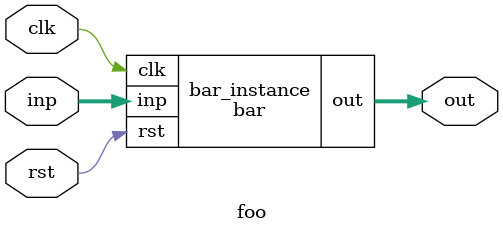
<source format=v>
module bar(clk, rst, inp, out);
  input  wire clk;
  input  wire rst;
  input  wire [1:0] inp;
  output reg  [1:0] out;

  always @(inp)
    (* full_case, parallel_case *)
    case(inp)
      2'd0: out <= 2'd3;
      2'd1: out <= 2'd2;
      2'd2: out <= 2'd1;
      2'd3: out <= 2'd0;
    endcase

endmodule

module foo(clk, rst, inp, out);
  input  wire clk;
  input  wire rst;
  input  wire [1:0] inp;
  output wire [1:0] out;

  bar bar_instance (clk, rst, inp, out);
endmodule


</source>
